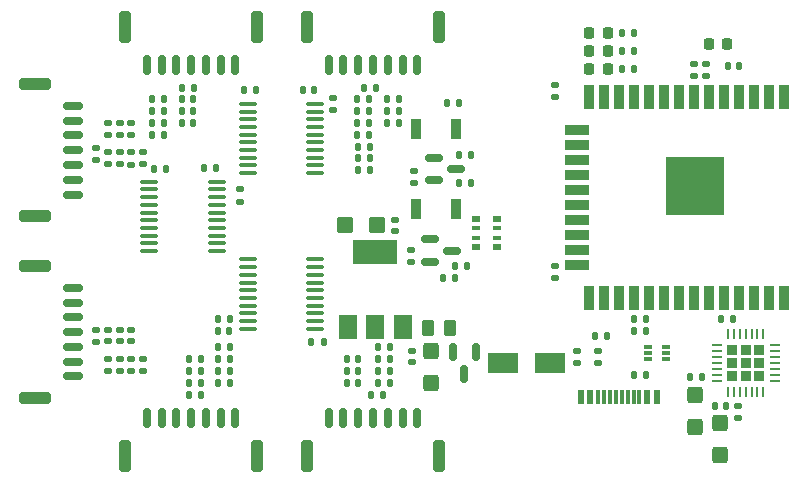
<source format=gtp>
G04 #@! TF.GenerationSoftware,KiCad,Pcbnew,(6.0.6)*
G04 #@! TF.CreationDate,2022-07-05T19:51:37+02:00*
G04 #@! TF.ProjectId,esp32-spi-hub,65737033-322d-4737-9069-2d6875622e6b,rev?*
G04 #@! TF.SameCoordinates,Original*
G04 #@! TF.FileFunction,Paste,Top*
G04 #@! TF.FilePolarity,Positive*
%FSLAX46Y46*%
G04 Gerber Fmt 4.6, Leading zero omitted, Abs format (unit mm)*
G04 Created by KiCad (PCBNEW (6.0.6)) date 2022-07-05 19:51:37*
%MOMM*%
%LPD*%
G01*
G04 APERTURE LIST*
G04 Aperture macros list*
%AMRoundRect*
0 Rectangle with rounded corners*
0 $1 Rounding radius*
0 $2 $3 $4 $5 $6 $7 $8 $9 X,Y pos of 4 corners*
0 Add a 4 corners polygon primitive as box body*
4,1,4,$2,$3,$4,$5,$6,$7,$8,$9,$2,$3,0*
0 Add four circle primitives for the rounded corners*
1,1,$1+$1,$2,$3*
1,1,$1+$1,$4,$5*
1,1,$1+$1,$6,$7*
1,1,$1+$1,$8,$9*
0 Add four rect primitives between the rounded corners*
20,1,$1+$1,$2,$3,$4,$5,0*
20,1,$1+$1,$4,$5,$6,$7,0*
20,1,$1+$1,$6,$7,$8,$9,0*
20,1,$1+$1,$8,$9,$2,$3,0*%
G04 Aperture macros list end*
%ADD10RoundRect,0.140000X0.140000X0.170000X-0.140000X0.170000X-0.140000X-0.170000X0.140000X-0.170000X0*%
%ADD11RoundRect,0.140000X-0.140000X-0.170000X0.140000X-0.170000X0.140000X0.170000X-0.140000X0.170000X0*%
%ADD12RoundRect,0.135000X-0.135000X-0.185000X0.135000X-0.185000X0.135000X0.185000X-0.135000X0.185000X0*%
%ADD13RoundRect,0.140000X-0.170000X0.140000X-0.170000X-0.140000X0.170000X-0.140000X0.170000X0.140000X0*%
%ADD14RoundRect,0.140000X0.170000X-0.140000X0.170000X0.140000X-0.170000X0.140000X-0.170000X-0.140000X0*%
%ADD15RoundRect,0.135000X0.185000X-0.135000X0.185000X0.135000X-0.185000X0.135000X-0.185000X-0.135000X0*%
%ADD16RoundRect,0.218750X0.218750X0.256250X-0.218750X0.256250X-0.218750X-0.256250X0.218750X-0.256250X0*%
%ADD17RoundRect,0.135000X-0.185000X0.135000X-0.185000X-0.135000X0.185000X-0.135000X0.185000X0.135000X0*%
%ADD18RoundRect,0.225000X-0.225000X-0.225000X0.225000X-0.225000X0.225000X0.225000X-0.225000X0.225000X0*%
%ADD19RoundRect,0.062500X-0.337500X-0.062500X0.337500X-0.062500X0.337500X0.062500X-0.337500X0.062500X0*%
%ADD20RoundRect,0.062500X-0.062500X-0.337500X0.062500X-0.337500X0.062500X0.337500X-0.062500X0.337500X0*%
%ADD21RoundRect,0.135000X0.135000X0.185000X-0.135000X0.185000X-0.135000X-0.185000X0.135000X-0.185000X0*%
%ADD22R,0.700000X0.340000*%
%ADD23R,0.600000X1.160000*%
%ADD24R,0.300000X1.160000*%
%ADD25RoundRect,0.225000X0.225000X0.250000X-0.225000X0.250000X-0.225000X-0.250000X0.225000X-0.250000X0*%
%ADD26R,0.900000X1.700000*%
%ADD27RoundRect,0.150000X0.150000X0.700000X-0.150000X0.700000X-0.150000X-0.700000X0.150000X-0.700000X0*%
%ADD28RoundRect,0.250000X0.250000X1.100000X-0.250000X1.100000X-0.250000X-1.100000X0.250000X-1.100000X0*%
%ADD29RoundRect,0.250000X0.450000X0.425000X-0.450000X0.425000X-0.450000X-0.425000X0.450000X-0.425000X0*%
%ADD30RoundRect,0.150000X-0.150000X-0.700000X0.150000X-0.700000X0.150000X0.700000X-0.150000X0.700000X0*%
%ADD31RoundRect,0.250000X-0.250000X-1.100000X0.250000X-1.100000X0.250000X1.100000X-0.250000X1.100000X0*%
%ADD32R,0.800000X0.500000*%
%ADD33R,0.800000X0.400000*%
%ADD34RoundRect,0.250000X0.262500X0.450000X-0.262500X0.450000X-0.262500X-0.450000X0.262500X-0.450000X0*%
%ADD35R,0.900000X2.000000*%
%ADD36R,2.000000X0.900000*%
%ADD37R,5.000000X5.000000*%
%ADD38RoundRect,0.150000X-0.150000X0.587500X-0.150000X-0.587500X0.150000X-0.587500X0.150000X0.587500X0*%
%ADD39RoundRect,0.150000X-0.700000X0.150000X-0.700000X-0.150000X0.700000X-0.150000X0.700000X0.150000X0*%
%ADD40RoundRect,0.250000X-1.100000X0.250000X-1.100000X-0.250000X1.100000X-0.250000X1.100000X0.250000X0*%
%ADD41RoundRect,0.250000X-0.425000X0.450000X-0.425000X-0.450000X0.425000X-0.450000X0.425000X0.450000X0*%
%ADD42R,2.500000X1.800000*%
%ADD43RoundRect,0.150000X-0.587500X-0.150000X0.587500X-0.150000X0.587500X0.150000X-0.587500X0.150000X0*%
%ADD44RoundRect,0.100000X-0.637500X-0.100000X0.637500X-0.100000X0.637500X0.100000X-0.637500X0.100000X0*%
%ADD45R,1.500000X2.000000*%
%ADD46R,3.800000X2.000000*%
%ADD47RoundRect,0.100000X0.637500X0.100000X-0.637500X0.100000X-0.637500X-0.100000X0.637500X-0.100000X0*%
G04 APERTURE END LIST*
D10*
G04 #@! TO.C,C10*
X182420000Y-141240000D03*
X181460000Y-141240000D03*
G04 #@! TD*
D11*
G04 #@! TO.C,C34*
X136320000Y-116300000D03*
X137280000Y-116300000D03*
G04 #@! TD*
D12*
G04 #@! TO.C,R28*
X139352500Y-133875000D03*
X140372500Y-133875000D03*
G04 #@! TD*
D13*
G04 #@! TO.C,C1*
X155800000Y-136570000D03*
X155800000Y-137530000D03*
G04 #@! TD*
D14*
G04 #@! TO.C,C28*
X132050000Y-135780000D03*
X132050000Y-134820000D03*
G04 #@! TD*
D15*
G04 #@! TO.C,R44*
X132050000Y-138310000D03*
X132050000Y-137290000D03*
G04 #@! TD*
G04 #@! TO.C,R40*
X141200000Y-123945000D03*
X141200000Y-122925000D03*
G04 #@! TD*
D14*
G04 #@! TO.C,C26*
X130050000Y-135780000D03*
X130050000Y-134820000D03*
G04 #@! TD*
D15*
G04 #@! TO.C,R1*
X183440000Y-142250000D03*
X183440000Y-141230000D03*
G04 #@! TD*
D10*
G04 #@! TO.C,C15*
X140342500Y-134875000D03*
X139382500Y-134875000D03*
G04 #@! TD*
D12*
G04 #@! TO.C,R48*
X151180000Y-116300000D03*
X152200000Y-116300000D03*
G04 #@! TD*
D16*
G04 #@! TO.C,D2*
X172387500Y-112700000D03*
X170812500Y-112700000D03*
G04 #@! TD*
D11*
G04 #@! TO.C,C33*
X136320000Y-115300000D03*
X137280000Y-115300000D03*
G04 #@! TD*
D12*
G04 #@! TO.C,R55*
X133790000Y-116300000D03*
X134810000Y-116300000D03*
G04 #@! TD*
D17*
G04 #@! TO.C,R34*
X129050000Y-119390000D03*
X129050000Y-120410000D03*
G04 #@! TD*
D15*
G04 #@! TO.C,R36*
X131050000Y-120800000D03*
X131050000Y-119780000D03*
G04 #@! TD*
D17*
G04 #@! TO.C,R7*
X167935000Y-129390000D03*
X167935000Y-130410000D03*
G04 #@! TD*
G04 #@! TO.C,R52*
X149100000Y-115190000D03*
X149100000Y-116210000D03*
G04 #@! TD*
D12*
G04 #@! TO.C,R18*
X173590000Y-112700000D03*
X174610000Y-112700000D03*
G04 #@! TD*
D18*
G04 #@! TO.C,U2*
X182930000Y-138720000D03*
X184050000Y-137600000D03*
X182930000Y-136480000D03*
X185170000Y-138720000D03*
X185170000Y-137600000D03*
X184050000Y-136480000D03*
X185170000Y-136480000D03*
X184050000Y-138720000D03*
X182930000Y-137600000D03*
D19*
X181600000Y-136100000D03*
X181600000Y-136600000D03*
X181600000Y-137100000D03*
X181600000Y-137600000D03*
X181600000Y-138100000D03*
X181600000Y-138600000D03*
X181600000Y-139100000D03*
D20*
X182550000Y-140050000D03*
X183050000Y-140050000D03*
X183550000Y-140050000D03*
X184050000Y-140050000D03*
X184550000Y-140050000D03*
X185050000Y-140050000D03*
X185550000Y-140050000D03*
D19*
X186500000Y-139100000D03*
X186500000Y-138600000D03*
X186500000Y-138100000D03*
X186500000Y-137600000D03*
X186500000Y-137100000D03*
X186500000Y-136600000D03*
X186500000Y-136100000D03*
D20*
X185550000Y-135150000D03*
X185050000Y-135150000D03*
X184550000Y-135150000D03*
X184050000Y-135150000D03*
X183550000Y-135150000D03*
X183050000Y-135150000D03*
X182550000Y-135150000D03*
G04 #@! TD*
D15*
G04 #@! TO.C,R15*
X171510000Y-137600000D03*
X171510000Y-136580000D03*
G04 #@! TD*
D21*
G04 #@! TO.C,R33*
X153910000Y-136300000D03*
X152890000Y-136300000D03*
G04 #@! TD*
D11*
G04 #@! TO.C,C13*
X159820000Y-120000000D03*
X160780000Y-120000000D03*
G04 #@! TD*
D12*
G04 #@! TO.C,R49*
X151180000Y-117300000D03*
X152200000Y-117300000D03*
G04 #@! TD*
D22*
G04 #@! TO.C,U4*
X177300000Y-137300000D03*
X177300000Y-136800000D03*
X177300000Y-136300000D03*
X175800000Y-136300000D03*
X175800000Y-136800000D03*
X175800000Y-137300000D03*
G04 #@! TD*
D14*
G04 #@! TO.C,C9*
X179700000Y-113290000D03*
X179700000Y-112330000D03*
G04 #@! TD*
D21*
G04 #@! TO.C,R26*
X140410000Y-136300000D03*
X139390000Y-136300000D03*
G04 #@! TD*
D23*
G04 #@! TO.C,P1*
X170110000Y-140500000D03*
X170910000Y-140500000D03*
D24*
X172060000Y-140500000D03*
X173060000Y-140500000D03*
X173560000Y-140500000D03*
X174560000Y-140500000D03*
D23*
X175710000Y-140500000D03*
X176510000Y-140500000D03*
X176510000Y-140500000D03*
X175710000Y-140500000D03*
D24*
X175060000Y-140500000D03*
X174060000Y-140500000D03*
X172560000Y-140500000D03*
X171560000Y-140500000D03*
D23*
X170910000Y-140500000D03*
X170110000Y-140500000D03*
G04 #@! TD*
D21*
G04 #@! TO.C,R29*
X148310000Y-135800000D03*
X147290000Y-135800000D03*
G04 #@! TD*
D14*
G04 #@! TO.C,C12*
X169810000Y-137580000D03*
X169810000Y-136620000D03*
G04 #@! TD*
D15*
G04 #@! TO.C,R35*
X130050000Y-120800000D03*
X130050000Y-119780000D03*
G04 #@! TD*
D25*
G04 #@! TO.C,C6*
X182475000Y-110600000D03*
X180925000Y-110600000D03*
G04 #@! TD*
D26*
G04 #@! TO.C,SW2*
X156100000Y-124600000D03*
X159500000Y-124600000D03*
G04 #@! TD*
D15*
G04 #@! TO.C,R45*
X133050000Y-138310000D03*
X133050000Y-137290000D03*
G04 #@! TD*
D17*
G04 #@! TO.C,R3*
X180700000Y-112280000D03*
X180700000Y-113300000D03*
G04 #@! TD*
D27*
G04 #@! TO.C,J7*
X140850000Y-112350000D03*
X139600000Y-112350000D03*
X138350000Y-112350000D03*
X137100000Y-112350000D03*
X135850000Y-112350000D03*
X134600000Y-112350000D03*
X133350000Y-112350000D03*
D28*
X142700000Y-109150000D03*
X131500000Y-109150000D03*
G04 #@! TD*
D29*
G04 #@! TO.C,C4*
X152840000Y-125900000D03*
X150140000Y-125900000D03*
G04 #@! TD*
D15*
G04 #@! TO.C,R8*
X167900000Y-115100000D03*
X167900000Y-114080000D03*
G04 #@! TD*
D21*
G04 #@! TO.C,R10*
X152210000Y-120300000D03*
X151190000Y-120300000D03*
G04 #@! TD*
D30*
G04 #@! TO.C,J2*
X133350000Y-142250000D03*
X134600000Y-142250000D03*
X135850000Y-142250000D03*
X137100000Y-142250000D03*
X138350000Y-142250000D03*
X139600000Y-142250000D03*
X140850000Y-142250000D03*
D31*
X142700000Y-145450000D03*
X131500000Y-145450000D03*
G04 #@! TD*
D15*
G04 #@! TO.C,R43*
X131050000Y-138310000D03*
X131050000Y-137290000D03*
G04 #@! TD*
D17*
G04 #@! TO.C,R5*
X155740000Y-128030000D03*
X155740000Y-129050000D03*
G04 #@! TD*
D10*
G04 #@! TO.C,C21*
X151270000Y-137300000D03*
X150310000Y-137300000D03*
G04 #@! TD*
D12*
G04 #@! TO.C,R57*
X133790000Y-118300000D03*
X134810000Y-118300000D03*
G04 #@! TD*
D14*
G04 #@! TO.C,C23*
X130050000Y-118270000D03*
X130050000Y-117310000D03*
G04 #@! TD*
D21*
G04 #@! TO.C,R30*
X153910000Y-139300000D03*
X152890000Y-139300000D03*
G04 #@! TD*
D27*
G04 #@! TO.C,J6*
X156250000Y-112350000D03*
X155000000Y-112350000D03*
X153750000Y-112350000D03*
X152500000Y-112350000D03*
X151250000Y-112350000D03*
X150000000Y-112350000D03*
X148750000Y-112350000D03*
D28*
X146900000Y-109150000D03*
X158100000Y-109150000D03*
G04 #@! TD*
D26*
G04 #@! TO.C,SW1*
X156100000Y-117800000D03*
X159500000Y-117800000D03*
G04 #@! TD*
D11*
G04 #@! TO.C,C32*
X153700000Y-117300000D03*
X154660000Y-117300000D03*
G04 #@! TD*
D21*
G04 #@! TO.C,R21*
X160450000Y-129400000D03*
X159430000Y-129400000D03*
G04 #@! TD*
G04 #@! TO.C,R32*
X153910000Y-137300000D03*
X152890000Y-137300000D03*
G04 #@! TD*
D32*
G04 #@! TO.C,RN1*
X163000000Y-127800000D03*
D33*
X163000000Y-127000000D03*
X163000000Y-126200000D03*
D32*
X163000000Y-125400000D03*
X161200000Y-125400000D03*
D33*
X161200000Y-126200000D03*
X161200000Y-127000000D03*
D32*
X161200000Y-127800000D03*
G04 #@! TD*
D21*
G04 #@! TO.C,R51*
X137310000Y-114300000D03*
X136290000Y-114300000D03*
G04 #@! TD*
D34*
G04 #@! TO.C,FB1*
X159000000Y-134650000D03*
X157175000Y-134650000D03*
G04 #@! TD*
D15*
G04 #@! TO.C,R4*
X156000000Y-122410000D03*
X156000000Y-121390000D03*
G04 #@! TD*
D35*
G04 #@! TO.C,U3*
X187300000Y-115100000D03*
X186030000Y-115100000D03*
X184760000Y-115100000D03*
X183490000Y-115100000D03*
X182220000Y-115100000D03*
X180950000Y-115100000D03*
X179680000Y-115100000D03*
X178410000Y-115100000D03*
X177140000Y-115100000D03*
X175870000Y-115100000D03*
X174600000Y-115100000D03*
X173330000Y-115100000D03*
X172060000Y-115100000D03*
X170790000Y-115100000D03*
D36*
X169790000Y-117885000D03*
X169790000Y-119155000D03*
X169790000Y-120425000D03*
X169790000Y-121695000D03*
X169790000Y-122965000D03*
X169790000Y-124235000D03*
X169790000Y-125505000D03*
X169790000Y-126775000D03*
X169790000Y-128045000D03*
X169790000Y-129315000D03*
D35*
X170790000Y-132100000D03*
X172060000Y-132100000D03*
X173330000Y-132100000D03*
X174600000Y-132100000D03*
X175870000Y-132100000D03*
X177140000Y-132100000D03*
X178410000Y-132100000D03*
X179680000Y-132100000D03*
X180950000Y-132100000D03*
X182220000Y-132100000D03*
X183490000Y-132100000D03*
X184760000Y-132100000D03*
X186030000Y-132100000D03*
X187300000Y-132100000D03*
D37*
X179800000Y-122600000D03*
G04 #@! TD*
D12*
G04 #@! TO.C,R50*
X151180000Y-118300000D03*
X152200000Y-118300000D03*
G04 #@! TD*
D21*
G04 #@! TO.C,R16*
X175600000Y-138600000D03*
X174580000Y-138600000D03*
G04 #@! TD*
D10*
G04 #@! TO.C,C7*
X180340000Y-138790000D03*
X179380000Y-138790000D03*
G04 #@! TD*
D38*
G04 #@! TO.C,Q1*
X161190000Y-136662500D03*
X159290000Y-136662500D03*
X160240000Y-138537500D03*
G04 #@! TD*
D15*
G04 #@! TO.C,R38*
X133050000Y-120800000D03*
X133050000Y-119780000D03*
G04 #@! TD*
D10*
G04 #@! TO.C,C17*
X137900000Y-138300000D03*
X136940000Y-138300000D03*
G04 #@! TD*
G04 #@! TO.C,C19*
X151250000Y-139300000D03*
X150290000Y-139300000D03*
G04 #@! TD*
D14*
G04 #@! TO.C,C27*
X131050000Y-135780000D03*
X131050000Y-134820000D03*
G04 #@! TD*
D11*
G04 #@! TO.C,C30*
X153700000Y-115300000D03*
X154660000Y-115300000D03*
G04 #@! TD*
D13*
G04 #@! TO.C,C3*
X154390000Y-125470000D03*
X154390000Y-126430000D03*
G04 #@! TD*
D15*
G04 #@! TO.C,R37*
X132050000Y-120810000D03*
X132050000Y-119790000D03*
G04 #@! TD*
D39*
G04 #@! TO.C,J4*
X127100000Y-115850000D03*
X127100000Y-117100000D03*
X127100000Y-118350000D03*
X127100000Y-119600000D03*
X127100000Y-120850000D03*
X127100000Y-122100000D03*
X127100000Y-123350000D03*
D40*
X123900000Y-125200000D03*
X123900000Y-114000000D03*
G04 #@! TD*
D12*
G04 #@! TO.C,R47*
X151180000Y-115300000D03*
X152200000Y-115300000D03*
G04 #@! TD*
D41*
G04 #@! TO.C,C8*
X179740000Y-140340000D03*
X179740000Y-143040000D03*
G04 #@! TD*
D12*
G04 #@! TO.C,R54*
X133790000Y-115300000D03*
X134810000Y-115300000D03*
G04 #@! TD*
G04 #@! TO.C,R20*
X173590000Y-109700000D03*
X174610000Y-109700000D03*
G04 #@! TD*
D10*
G04 #@! TO.C,C20*
X151270000Y-138300000D03*
X150310000Y-138300000D03*
G04 #@! TD*
D41*
G04 #@! TO.C,C2*
X157440000Y-136600000D03*
X157440000Y-139300000D03*
G04 #@! TD*
D10*
G04 #@! TO.C,C22*
X139180000Y-121100000D03*
X138220000Y-121100000D03*
G04 #@! TD*
D39*
G04 #@! TO.C,J5*
X127100000Y-131250000D03*
X127100000Y-132500000D03*
X127100000Y-133750000D03*
X127100000Y-135000000D03*
X127100000Y-136250000D03*
X127100000Y-137500000D03*
X127100000Y-138750000D03*
D40*
X123900000Y-140600000D03*
X123900000Y-129400000D03*
G04 #@! TD*
D14*
G04 #@! TO.C,C25*
X132050000Y-118290000D03*
X132050000Y-117330000D03*
G04 #@! TD*
G04 #@! TO.C,C24*
X131050000Y-118270000D03*
X131050000Y-117310000D03*
G04 #@! TD*
D30*
G04 #@! TO.C,J3*
X148750000Y-142250000D03*
X150000000Y-142250000D03*
X151250000Y-142250000D03*
X152500000Y-142250000D03*
X153750000Y-142250000D03*
X155000000Y-142250000D03*
X156250000Y-142250000D03*
D31*
X146900000Y-145450000D03*
X158100000Y-145450000D03*
G04 #@! TD*
D11*
G04 #@! TO.C,C14*
X159820000Y-122400000D03*
X160780000Y-122400000D03*
G04 #@! TD*
D21*
G04 #@! TO.C,R14*
X172310000Y-135300000D03*
X171290000Y-135300000D03*
G04 #@! TD*
D12*
G04 #@! TO.C,R56*
X133790000Y-117300000D03*
X134810000Y-117300000D03*
G04 #@! TD*
D16*
G04 #@! TO.C,D3*
X172387500Y-111200000D03*
X170812500Y-111200000D03*
G04 #@! TD*
D21*
G04 #@! TO.C,R17*
X159810000Y-115600000D03*
X158790000Y-115600000D03*
G04 #@! TD*
D42*
G04 #@! TO.C,D1*
X163510000Y-137610000D03*
X167510000Y-137610000D03*
G04 #@! TD*
D43*
G04 #@! TO.C,Q2*
X157625000Y-120250000D03*
X157625000Y-122150000D03*
X159500000Y-121200000D03*
G04 #@! TD*
D44*
G04 #@! TO.C,U6*
X133537500Y-122275000D03*
X133537500Y-122925000D03*
X133537500Y-123575000D03*
X133537500Y-124225000D03*
X133537500Y-124875000D03*
X133537500Y-125525000D03*
X133537500Y-126175000D03*
X133537500Y-126825000D03*
X133537500Y-127475000D03*
X133537500Y-128125000D03*
X139262500Y-128125000D03*
X139262500Y-127475000D03*
X139262500Y-126825000D03*
X139262500Y-126175000D03*
X139262500Y-125525000D03*
X139262500Y-124875000D03*
X139262500Y-124225000D03*
X139262500Y-123575000D03*
X139262500Y-122925000D03*
X139262500Y-122275000D03*
G04 #@! TD*
D21*
G04 #@! TO.C,R12*
X175645000Y-133900000D03*
X174625000Y-133900000D03*
G04 #@! TD*
G04 #@! TO.C,R11*
X152210000Y-119300000D03*
X151190000Y-119300000D03*
G04 #@! TD*
D12*
G04 #@! TO.C,R19*
X173590000Y-111200000D03*
X174610000Y-111200000D03*
G04 #@! TD*
D11*
G04 #@! TO.C,C35*
X136320000Y-117300000D03*
X137280000Y-117300000D03*
G04 #@! TD*
D10*
G04 #@! TO.C,C29*
X147500000Y-114500000D03*
X146540000Y-114500000D03*
G04 #@! TD*
D21*
G04 #@! TO.C,R2*
X182945000Y-133900000D03*
X181925000Y-133900000D03*
G04 #@! TD*
D11*
G04 #@! TO.C,C31*
X153700000Y-116300000D03*
X154660000Y-116300000D03*
G04 #@! TD*
D15*
G04 #@! TO.C,R42*
X130050000Y-138310000D03*
X130050000Y-137290000D03*
G04 #@! TD*
D21*
G04 #@! TO.C,R25*
X140410000Y-137300000D03*
X139390000Y-137300000D03*
G04 #@! TD*
D45*
G04 #@! TO.C,U1*
X150400000Y-134550000D03*
X152700000Y-134550000D03*
D46*
X152700000Y-128250000D03*
D45*
X155000000Y-134550000D03*
G04 #@! TD*
D10*
G04 #@! TO.C,C16*
X137900000Y-139300000D03*
X136940000Y-139300000D03*
G04 #@! TD*
D21*
G04 #@! TO.C,R23*
X140410000Y-139300000D03*
X139390000Y-139300000D03*
G04 #@! TD*
G04 #@! TO.C,R46*
X152730000Y-114300000D03*
X151710000Y-114300000D03*
G04 #@! TD*
D10*
G04 #@! TO.C,C18*
X137900000Y-137300000D03*
X136940000Y-137300000D03*
G04 #@! TD*
D43*
G04 #@! TO.C,Q3*
X157302500Y-127150000D03*
X157302500Y-129050000D03*
X159177500Y-128100000D03*
G04 #@! TD*
D16*
G04 #@! TO.C,D4*
X172387500Y-109700000D03*
X170812500Y-109700000D03*
G04 #@! TD*
D12*
G04 #@! TO.C,R22*
X136910000Y-140300000D03*
X137930000Y-140300000D03*
G04 #@! TD*
D21*
G04 #@! TO.C,R31*
X153910000Y-138300000D03*
X152890000Y-138300000D03*
G04 #@! TD*
D12*
G04 #@! TO.C,R6*
X158390000Y-130400000D03*
X159410000Y-130400000D03*
G04 #@! TD*
D41*
G04 #@! TO.C,C11*
X181840000Y-142690000D03*
X181840000Y-145390000D03*
G04 #@! TD*
D47*
G04 #@! TO.C,U5*
X147625000Y-134700000D03*
X147625000Y-134050000D03*
X147625000Y-133400000D03*
X147625000Y-132750000D03*
X147625000Y-132100000D03*
X147625000Y-131450000D03*
X147625000Y-130800000D03*
X147625000Y-130150000D03*
X147625000Y-129500000D03*
X147625000Y-128850000D03*
X141900000Y-128850000D03*
X141900000Y-129500000D03*
X141900000Y-130150000D03*
X141900000Y-130800000D03*
X141900000Y-131450000D03*
X141900000Y-132100000D03*
X141900000Y-132750000D03*
X141900000Y-133400000D03*
X141900000Y-134050000D03*
X141900000Y-134700000D03*
G04 #@! TD*
D21*
G04 #@! TO.C,R13*
X175645000Y-134900000D03*
X174625000Y-134900000D03*
G04 #@! TD*
D17*
G04 #@! TO.C,R39*
X129050000Y-134790000D03*
X129050000Y-135810000D03*
G04 #@! TD*
D21*
G04 #@! TO.C,R41*
X135010000Y-121200000D03*
X133990000Y-121200000D03*
G04 #@! TD*
D12*
G04 #@! TO.C,R27*
X152290000Y-140300000D03*
X153310000Y-140300000D03*
G04 #@! TD*
D21*
G04 #@! TO.C,R24*
X140410000Y-138300000D03*
X139390000Y-138300000D03*
G04 #@! TD*
D10*
G04 #@! TO.C,C5*
X183480000Y-112500000D03*
X182520000Y-112500000D03*
G04 #@! TD*
D21*
G04 #@! TO.C,R9*
X152210000Y-121300000D03*
X151190000Y-121300000D03*
G04 #@! TD*
D44*
G04 #@! TO.C,U7*
X141900000Y-115675000D03*
X141900000Y-116325000D03*
X141900000Y-116975000D03*
X141900000Y-117625000D03*
X141900000Y-118275000D03*
X141900000Y-118925000D03*
X141900000Y-119575000D03*
X141900000Y-120225000D03*
X141900000Y-120875000D03*
X141900000Y-121525000D03*
X147625000Y-121525000D03*
X147625000Y-120875000D03*
X147625000Y-120225000D03*
X147625000Y-119575000D03*
X147625000Y-118925000D03*
X147625000Y-118275000D03*
X147625000Y-117625000D03*
X147625000Y-116975000D03*
X147625000Y-116325000D03*
X147625000Y-115675000D03*
G04 #@! TD*
D21*
G04 #@! TO.C,R53*
X142610000Y-114500000D03*
X141590000Y-114500000D03*
G04 #@! TD*
M02*

</source>
